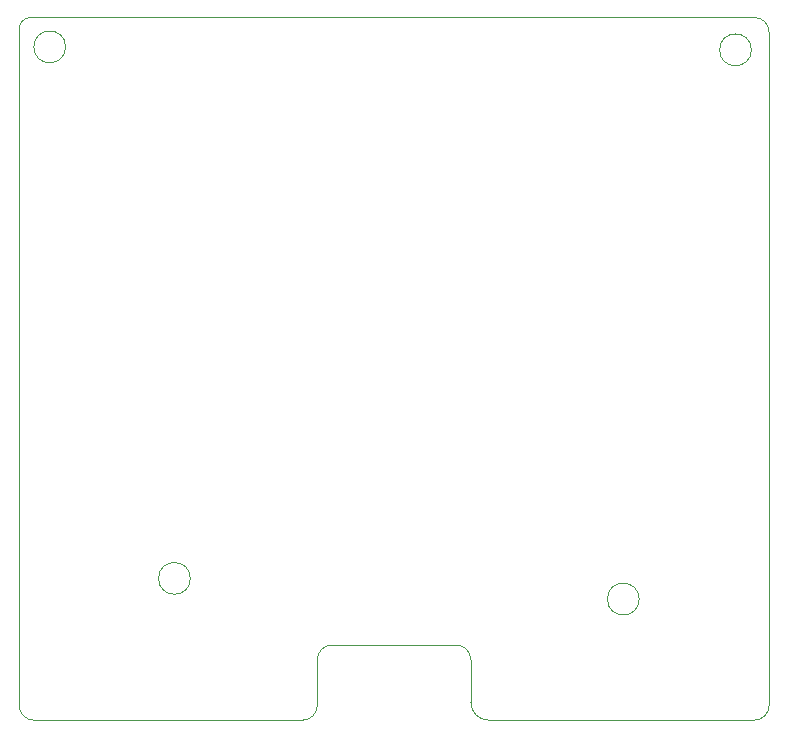
<source format=gbr>
%TF.GenerationSoftware,KiCad,Pcbnew,9.0.0*%
%TF.CreationDate,2025-10-30T20:26:06-05:00*%
%TF.ProjectId,kicad_proj1st,6b696361-645f-4707-926f-6a3173742e6b,rev?*%
%TF.SameCoordinates,Original*%
%TF.FileFunction,Profile,NP*%
%FSLAX46Y46*%
G04 Gerber Fmt 4.6, Leading zero omitted, Abs format (unit mm)*
G04 Created by KiCad (PCBNEW 9.0.0) date 2025-10-30 20:26:06*
%MOMM*%
%LPD*%
G01*
G04 APERTURE LIST*
%TA.AperFunction,Profile*%
%ADD10C,0.050000*%
%TD*%
G04 APERTURE END LIST*
D10*
X74250000Y-93633883D02*
G75*
G02*
X75500000Y-92383900I1250000J-17D01*
G01*
X74250000Y-97500000D02*
X74250000Y-93633883D01*
X101500000Y-88500000D02*
G75*
G02*
X98807418Y-88500000I-1346291J0D01*
G01*
X98807418Y-88500000D02*
G75*
G02*
X101500000Y-88500000I1346291J0D01*
G01*
X112500000Y-97500000D02*
G75*
G02*
X111250000Y-98750000I-1250000J0D01*
G01*
X49000000Y-40250000D02*
X49000000Y-97500000D01*
X86000000Y-92383883D02*
G75*
G02*
X87250017Y-93633883I0J-1250017D01*
G01*
X75500000Y-92383883D02*
X86000000Y-92383883D01*
X63500000Y-86750000D02*
G75*
G02*
X60807418Y-86750000I-1346291J0D01*
G01*
X60807418Y-86750000D02*
G75*
G02*
X63500000Y-86750000I1346291J0D01*
G01*
X87250000Y-93640419D02*
X87250000Y-97250000D01*
X50250000Y-98750000D02*
X73000000Y-98750000D01*
X52942582Y-41750000D02*
G75*
G02*
X50250000Y-41750000I-1346291J0D01*
G01*
X50250000Y-41750000D02*
G75*
G02*
X52942582Y-41750000I1346291J0D01*
G01*
X50000000Y-39250000D02*
X111250000Y-39250000D01*
X88750000Y-98750000D02*
X111250000Y-98750000D01*
X50250000Y-98750000D02*
G75*
G02*
X49000000Y-97500000I0J1250000D01*
G01*
X111000000Y-42000000D02*
G75*
G02*
X108307418Y-42000000I-1346291J0D01*
G01*
X108307418Y-42000000D02*
G75*
G02*
X111000000Y-42000000I1346291J0D01*
G01*
X74250000Y-97500000D02*
G75*
G02*
X73000000Y-98750000I-1250000J0D01*
G01*
X88750000Y-98750000D02*
G75*
G02*
X87250000Y-97250000I0J1500000D01*
G01*
X49000000Y-40250000D02*
G75*
G02*
X50000000Y-39250000I1000000J0D01*
G01*
X111250000Y-39250000D02*
G75*
G02*
X112500000Y-40500000I0J-1250000D01*
G01*
X112500000Y-40500000D02*
X112500000Y-97500000D01*
M02*

</source>
